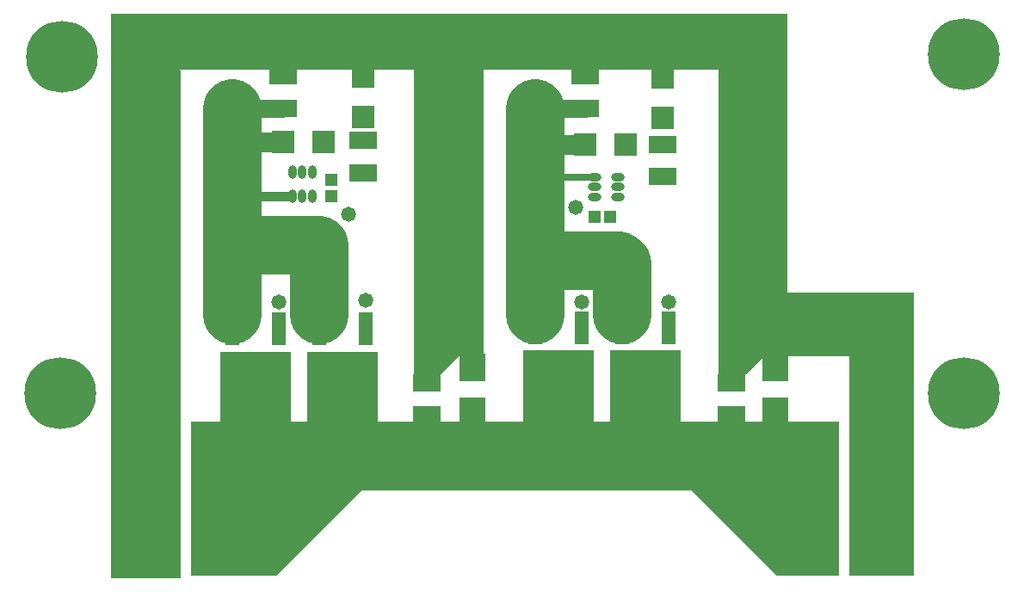
<source format=gts>
G04*
G04 #@! TF.GenerationSoftware,Altium Limited,Altium Designer,21.6.4 (81)*
G04*
G04 Layer_Color=8388736*
%FSLAX25Y25*%
%MOIN*%
G70*
G04*
G04 #@! TF.SameCoordinates,725644BE-5CAA-454B-8F19-4296BE5BC7E9*
G04*
G04*
G04 #@! TF.FilePolarity,Negative*
G04*
G01*
G75*
%ADD23R,0.27572X0.29540*%
%ADD24R,0.05721X0.12808*%
%ADD25O,0.03162X0.05131*%
%ADD26O,0.05131X0.03162*%
%ADD27R,0.04737X0.04934*%
%ADD28R,0.04934X0.04737*%
%ADD29R,0.09855X0.10642*%
%ADD30R,0.08674X0.08674*%
%ADD31R,0.10642X0.06706*%
%ADD32R,0.08674X0.08674*%
%ADD33C,0.07600*%
%ADD34C,0.22600*%
%ADD35C,0.07100*%
%ADD36C,0.02600*%
%ADD37C,0.03600*%
%ADD38C,0.20800*%
%ADD39C,0.05800*%
%ADD40C,0.27800*%
G36*
X301000Y-37000D02*
Y-123500D01*
X350000D01*
Y-233000D01*
X325000D01*
Y-148000D01*
X292000Y-148000D01*
X285000Y-155000D01*
X274500Y-155000D01*
Y-123500D01*
Y-37000D01*
X183500D01*
Y-147500D01*
X183000Y-148000D01*
X174000D01*
X166500Y-155500D01*
X156500D01*
Y-37250D01*
X156750Y-37000D01*
X65500D01*
X66000Y-37500D01*
Y-147000D01*
Y-234000D01*
X39000D01*
X39000Y-37000D01*
Y-15500D01*
X301000D01*
Y-37000D01*
D02*
G37*
G36*
X321000Y-233000D02*
X297000D01*
X264000Y-200000D01*
X136000Y-200000D01*
X103000Y-233000D01*
X70000Y-233000D01*
Y-173500D01*
X321000D01*
Y-233000D01*
D02*
G37*
D23*
X128700Y-161077D02*
D03*
X246014Y-160622D02*
D03*
X212498D02*
D03*
X95184Y-161022D02*
D03*
D24*
X119684Y-137455D02*
D03*
X137716D02*
D03*
X236998Y-137000D02*
D03*
X255030D02*
D03*
X203483D02*
D03*
X221514D02*
D03*
X104200Y-137400D02*
D03*
X86168D02*
D03*
D25*
X117000Y-76900D02*
D03*
X113260D02*
D03*
X109520D02*
D03*
Y-86152D02*
D03*
X113260D02*
D03*
X117000D02*
D03*
D26*
X226352Y-86340D02*
D03*
Y-82600D02*
D03*
Y-78860D02*
D03*
X235604D02*
D03*
Y-82600D02*
D03*
Y-86340D02*
D03*
D27*
X124500Y-79850D02*
D03*
Y-86150D02*
D03*
D28*
X226350Y-94000D02*
D03*
X232650D02*
D03*
D29*
X179000Y-152579D02*
D03*
Y-169509D02*
D03*
X296500Y-152613D02*
D03*
Y-169542D02*
D03*
D30*
X121600Y-65000D02*
D03*
X105852D02*
D03*
X238600Y-66000D02*
D03*
X222852D02*
D03*
D31*
X136952Y-64480D02*
D03*
Y-77000D02*
D03*
X161500Y-158422D02*
D03*
Y-170942D02*
D03*
X252878Y-78500D02*
D03*
Y-65980D02*
D03*
X222852Y-39480D02*
D03*
Y-52000D02*
D03*
X279500Y-158422D02*
D03*
Y-170942D02*
D03*
X105852Y-52120D02*
D03*
Y-39600D02*
D03*
D32*
X252878Y-55728D02*
D03*
Y-39980D02*
D03*
X136952Y-39720D02*
D03*
Y-55468D02*
D03*
D33*
X203483Y-66000D02*
X222852D01*
X88414Y-65000D02*
X105852D01*
D34*
X204683Y-111000D02*
X235798D01*
X203483Y-132000D02*
Y-112200D01*
X236998Y-132000D02*
Y-112200D01*
X119684Y-132000D02*
Y-105184D01*
X203483Y-66000D02*
Y-52000D01*
Y-78860D02*
Y-66000D01*
Y-111500D02*
Y-78860D01*
X86000Y-66000D02*
Y-52000D01*
Y-86500D02*
Y-66000D01*
Y-105500D02*
Y-86500D01*
X86316Y-105184D02*
X119684D01*
X86000Y-132000D02*
Y-105500D01*
D35*
X203483Y-52000D02*
X222852D01*
X86000D02*
X105563D01*
D36*
X203483Y-78860D02*
X226352D01*
D37*
X86348Y-86152D02*
X109010D01*
D38*
X170000Y-52000D02*
D03*
X203483D02*
D03*
X337500Y-186750D02*
D03*
X337200Y-210500D02*
D03*
X308000Y-211500D02*
D03*
Y-187500D02*
D03*
X85909Y-189500D02*
D03*
X86000Y-52000D02*
D03*
X52500Y-213500D02*
D03*
Y-189500D02*
D03*
X52000Y-52000D02*
D03*
X85909Y-213500D02*
D03*
D39*
X131000Y-93000D02*
D03*
X221500Y-127000D02*
D03*
X219000Y-90500D02*
D03*
X255030Y-127000D02*
D03*
X104200D02*
D03*
X137716Y-126400D02*
D03*
D40*
X19508Y-162500D02*
D03*
X369500Y-31000D02*
D03*
X20000Y-32000D02*
D03*
X369500Y-162500D02*
D03*
M02*

</source>
